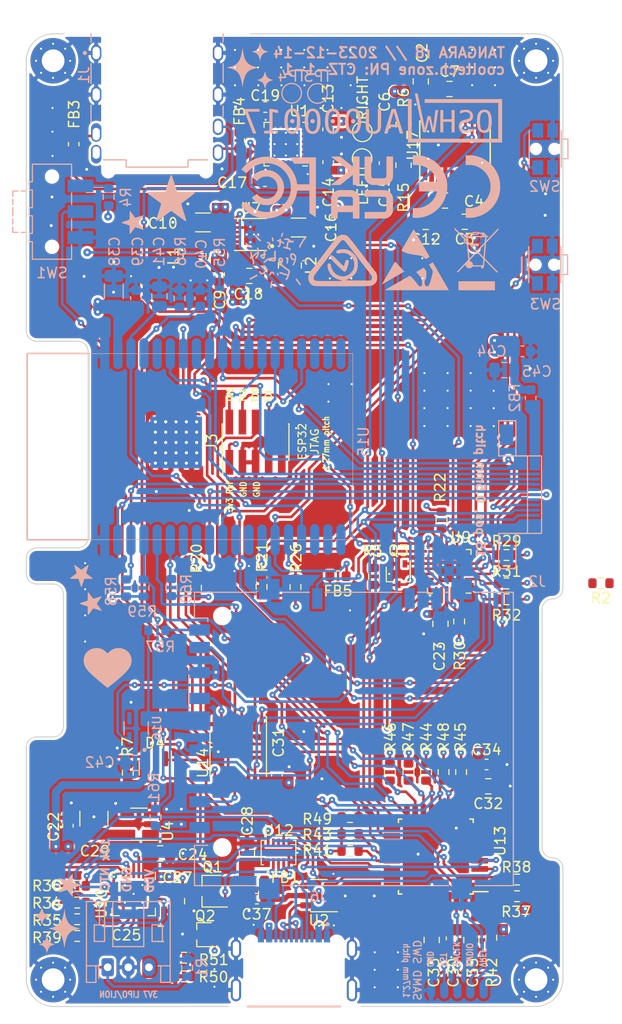
<source format=kicad_pcb>
(kicad_pcb (version 20221018) (generator pcbnew)

  (general
    (thickness 1.566672)
  )

  (paper "A4")
  (title_block
    (comment 4 "AISLER Project ID: ATEUINQR")
  )

  (layers
    (0 "F.Cu" signal)
    (1 "In1.Cu" signal)
    (2 "In2.Cu" signal)
    (31 "B.Cu" signal)
    (32 "B.Adhes" user "B.Adhesive")
    (33 "F.Adhes" user "F.Adhesive")
    (34 "B.Paste" user)
    (35 "F.Paste" user)
    (36 "B.SilkS" user "B.Silkscreen")
    (37 "F.SilkS" user "F.Silkscreen")
    (38 "B.Mask" user)
    (39 "F.Mask" user)
    (40 "Dwgs.User" user "User.Drawings")
    (41 "Cmts.User" user "User.Comments")
    (42 "Eco1.User" user "User.Eco1")
    (43 "Eco2.User" user "User.Eco2")
    (44 "Edge.Cuts" user)
    (45 "Margin" user)
    (46 "B.CrtYd" user "B.Courtyard")
    (47 "F.CrtYd" user "F.Courtyard")
    (48 "B.Fab" user)
    (49 "F.Fab" user)
    (50 "User.1" user)
    (51 "User.2" user)
    (52 "User.3" user)
    (53 "User.4" user)
    (54 "User.5" user)
    (55 "User.6" user)
    (56 "User.7" user)
    (57 "User.8" user)
    (58 "User.9" user)
  )

  (setup
    (stackup
      (layer "F.SilkS" (type "Top Silk Screen") (color "White"))
      (layer "F.Paste" (type "Top Solder Paste"))
      (layer "F.Mask" (type "Top Solder Mask") (color "Purple") (thickness 0.0254))
      (layer "F.Cu" (type "copper") (thickness 0.04318))
      (layer "dielectric 1" (type "prepreg") (thickness 0.202184) (material "FR408-HR") (epsilon_r 3.69) (loss_tangent 0.0091))
      (layer "In1.Cu" (type "copper") (thickness 0.017272))
      (layer "dielectric 2" (type "core") (thickness 0.9906) (material "FR408-HR") (epsilon_r 3.69) (loss_tangent 0.0091))
      (layer "In2.Cu" (type "copper") (thickness 0.017272))
      (layer "dielectric 3" (type "prepreg") (thickness 0.202184) (material "FR408-HR") (epsilon_r 3.69) (loss_tangent 0.0091))
      (layer "B.Cu" (type "copper") (thickness 0.04318))
      (layer "B.Mask" (type "Bottom Solder Mask") (color "Purple") (thickness 0.0254))
      (layer "B.Paste" (type "Bottom Solder Paste"))
      (layer "B.SilkS" (type "Bottom Silk Screen") (color "White"))
      (copper_finish "None")
      (dielectric_constraints no)
    )
    (pad_to_mask_clearance 0)
    (aux_axis_origin 117.25 51)
    (pcbplotparams
      (layerselection 0x00010fc_ffffffff)
      (plot_on_all_layers_selection 0x0000000_00000000)
      (disableapertmacros false)
      (usegerberextensions true)
      (usegerberattributes true)
      (usegerberadvancedattributes true)
      (creategerberjobfile true)
      (dashed_line_dash_ratio 12.000000)
      (dashed_line_gap_ratio 3.000000)
      (svgprecision 6)
      (plotframeref false)
      (viasonmask false)
      (mode 1)
      (useauxorigin false)
      (hpglpennumber 1)
      (hpglpenspeed 20)
      (hpglpendiameter 15.000000)
      (dxfpolygonmode true)
      (dxfimperialunits true)
      (dxfusepcbnewfont true)
      (psnegative false)
      (psa4output false)
      (plotreference true)
      (plotvalue true)
      (plotinvisibletext false)
      (sketchpadsonfab false)
      (subtractmaskfromsilk false)
      (outputformat 1)
      (mirror false)
      (drillshape 0)
      (scaleselection 1)
      (outputdirectory "gerbers2")
    )
  )

  (net 0 "")
  (net 1 "GND")
  (net 2 "/ESP_EN")
  (net 3 "BAT_LEVEL")
  (net 4 "SYS_POWER")
  (net 5 "USB.DP")
  (net 6 "USB.DN")
  (net 7 "3.5mm_DETECT")
  (net 8 "/JTAG.TMS")
  (net 9 "/JTAG.TCK")
  (net 10 "/JTAG.TDO")
  (net 11 "/JTAG.TDI")
  (net 12 "/SWD.SWDIO")
  (net 13 "/SWD.SWCLK")
  (net 14 "/SWD.RESET")
  (net 15 "/Power/NTC")
  (net 16 "~{CHG_PWR_OK}")
  (net 17 "I2C.SCL")
  (net 18 "VBUS")
  (net 19 "I2C.SDA")
  (net 20 "ESP_SPI.PICO")
  (net 21 "/Peripherals/~{DISPLAY_RST}")
  (net 22 "ESP_SPI.SCLK")
  (net 23 "ESP_SPI.DISPLAY_CS")
  (net 24 "DISPLAY_LED_EN")
  (net 25 "/ESP_BOOT")
  (net 26 "~{SD_VDD_EN}")
  (net 27 "/UART.ESP.TX")
  (net 28 "ESP_SPI.POCI")
  (net 29 "DAC.DATA")
  (net 30 "DAC.BCK")
  (net 31 "ESP_SPI.SD_CS")
  (net 32 "DAC.LRCK")
  (net 33 "SAMD_SPI.POCI")
  (net 34 "/UART.ESP.RX")
  (net 35 "SAMD_SPI.CS")
  (net 36 "SAMD_SPI.PICO")
  (net 37 "/~{SAMD_INT}")
  (net 38 "SAMD_SPI.SCLK")
  (net 39 "CHG_SEL")
  (net 40 "AMP_EN")
  (net 41 "/Power/VBUS_SWITCHED")
  (net 42 "~{GPIO_INT}")
  (net 43 "USB_TCC0")
  (net 44 "USB_TCC1")
  (net 45 "KEY_LOCK")
  (net 46 "CHG_STAT1")
  (net 47 "CHG_STAT2")
  (net 48 "~{TOUCH_INT}")
  (net 49 "DISPLAY_DR")
  (net 50 "+3V3")
  (net 51 "+5VA")
  (net 52 "-5VA")
  (net 53 "KEY_VOL_UP")
  (net 54 "Net-(J7-Pin_3)")
  (net 55 "Net-(U1B-+)")
  (net 56 "KEY_VOL_DOWN")
  (net 57 "Net-(J4-CD{slash}DAT3)")
  (net 58 "Net-(J4-CMD)")
  (net 59 "Net-(J4-CLK)")
  (net 60 "Net-(J4-DAT0)")
  (net 61 "Net-(J4-DAT1)")
  (net 62 "Net-(J4-DAT2)")
  (net 63 "unconnected-(J1-Pad6)")
  (net 64 "Net-(J6-CC1)")
  (net 65 "Net-(U13-VDDCORE)")
  (net 66 "unconnected-(J3-UART_TX-Pad7)")
  (net 67 "unconnected-(J3-UART_RX-Pad9)")
  (net 68 "unconnected-(J3-nRst-Pad10)")
  (net 69 "unconnected-(J6-SBU1-PadA8)")
  (net 70 "unconnected-(J6-SBU2-PadB8)")
  (net 71 "Net-(U7-SWN)")
  (net 72 "Net-(U7-SWP)")
  (net 73 "Net-(Q1-G)")
  (net 74 "Net-(U1A-+)")
  (net 75 "Net-(U1A--)")
  (net 76 "Net-(C17-Pad2)")
  (net 77 "Net-(U1B--)")
  (net 78 "Net-(C19-Pad2)")
  (net 79 "Net-(U14E-~{OE})")
  (net 80 "Net-(U14E-S)")
  (net 81 "SYS_PWR_EN_SAMD")
  (net 82 "Net-(U10-CE)")
  (net 83 "Net-(U10-PROG3)")
  (net 84 "Net-(U10-PROG2)")
  (net 85 "Net-(U10-PROG1)")
  (net 86 "unconnected-(U1C-NC-Pad4)")
  (net 87 "unconnected-(U1-Pad6)")
  (net 88 "unconnected-(U1-Pad7)")
  (net 89 "unconnected-(U1-Pad8)")
  (net 90 "unconnected-(U1C-NC-Pad15)")
  (net 91 "unconnected-(U12-ORIENT-Pad8)")
  (net 92 "unconnected-(U12-SWMONI-Pad9)")
  (net 93 "unconnected-(U15-I39{slash}NOINT-Pad5)")
  (net 94 "unconnected-(U15-SHD{slash}SD2-Pad17)")
  (net 95 "unconnected-(U15-SWP{slash}SD3-Pad18)")
  (net 96 "unconnected-(U15-SCS{slash}CMD-Pad19)")
  (net 97 "unconnected-(U15-SCK{slash}CLK-Pad20)")
  (net 98 "unconnected-(U15-SDO{slash}SD0-Pad21)")
  (net 99 "unconnected-(U15-SDI{slash}SD1-Pad22)")
  (net 100 "unconnected-(U15-IO16-Pad27)")
  (net 101 "unconnected-(U15-IO17-Pad28)")
  (net 102 "unconnected-(U15-NC-Pad32)")
  (net 103 "Net-(J2-Pin_13)")
  (net 104 "Net-(FB3-Pad2)")
  (net 105 "Net-(FB4-Pad2)")
  (net 106 "Net-(J4-VDD)")
  (net 107 "unconnected-(U16-NC-Pad4)")
  (net 108 "Net-(SW1-C)")
  (net 109 "Net-(Q1-S)")
  (net 110 "DAC.MCK")
  (net 111 "SD_CD")
  (net 112 "Net-(U17-CPCA)")
  (net 113 "Net-(U17-CPCB)")
  (net 114 "unconnected-(U1-Pad1)")
  (net 115 "Net-(U17-VMID)")
  (net 116 "Net-(U17-CPVOUTN)")
  (net 117 "unconnected-(U1-Pad23)")
  (net 118 "Net-(U17-LINEVOUTL)")
  (net 119 "Net-(U17-LINEVOUTR)")
  (net 120 "unconnected-(U1-Pad24)")
  (net 121 "unconnected-(U17-ZFLAG-Pad7)")
  (net 122 "unconnected-(U9-IO0_6-Pad7)")
  (net 123 "Net-(Q3-G)")
  (net 124 "unconnected-(U9-IO1_5-Pad15)")
  (net 125 "unconnected-(U9-IO1_6-Pad16)")
  (net 126 "unconnected-(U9-IO1_7-Pad17)")
  (net 127 "Net-(U4-EN)")
  (net 128 "unconnected-(U4-NC-Pad4)")
  (net 129 "unconnected-(U13-PA06-Pad7)")
  (net 130 "unconnected-(U13-PA27-Pad25)")
  (net 131 "unconnected-(U13-PA28-Pad27)")
  (net 132 "Net-(Q2-D)")
  (net 133 "Net-(J6-CC2)")
  (net 134 "unconnected-(U13-PA07-Pad8)")
  (net 135 "unconnected-(U9-IO1_3-Pad13)")
  (net 136 "Net-(J6-DP-PadA6)")
  (net 137 "Net-(J6-DN-PadA7)")
  (net 138 "AMP_MUTE")

  (footprint "Package_TO_SOT_SMD:TSOT-23" (layer "F.Cu") (at 135.476849 134.455179 180))

  (footprint "Package_TO_SOT_SMD:SOT-23-5" (layer "F.Cu") (at 128.415497 127.954481 180))

  (footprint "footprints:MountingHole_2.2mm_M2_Pad_Via2" (layer "F.Cu") (at 166.9 143))

  (footprint "Inductor_SMD:L_1008_2520Metric" (layer "F.Cu") (at 133.801417 72.973879 90))

  (footprint "Capacitor_SMD:C_0805_2012Metric" (layer "F.Cu") (at 130.473198 130.774567))

  (footprint "Resistor_SMD:R_0603_1608Metric" (layer "F.Cu") (at 122.434189 137.149989 180))

  (footprint "Resistor_SMD:R_0603_1608Metric" (layer "F.Cu") (at 151.198456 103.968297 -90))

  (footprint "footprints:QFN-20-1EP_4x4mm_P0.5mm_EP2.5x2.5mm_ThermalVias2" (layer "F.Cu") (at 127.902083 134.695156 -90))

  (footprint "Capacitor_SMD:C_0805_2012Metric" (layer "F.Cu") (at 130.529632 138.571066))

  (footprint "Capacitor_SMD:C_0603_1608Metric" (layer "F.Cu") (at 152.216943 60.416276 -90))

  (footprint "Package_DFN_QFN:HVQFN-24-1EP_4x4mm_P0.5mm_EP2.1x2.1mm" (layer "F.Cu") (at 158.484595 103.47166 180))

  (footprint "Package_TO_SOT_SMD:SOT-23" (layer "F.Cu") (at 130.000805 122.549717 -90))

  (footprint "Resistor_SMD:R_0603_1608Metric" (layer "F.Cu") (at 148.873745 127.25515))

  (footprint "Capacitor_SMD:C_0603_1608Metric" (layer "F.Cu") (at 136.172745 74.724126 -90))

  (footprint "Resistor_SMD:R_0603_1608Metric" (layer "F.Cu") (at 165.049071 134.922126 180))

  (footprint "Resistor_SMD:R_0603_1608Metric" (layer "F.Cu") (at 159.445045 108.327463 90))

  (footprint "Capacitor_SMD:C_0603_1608Metric" (layer "F.Cu") (at 121.530086 128.089529 90))

  (footprint "Package_TO_SOT_SMD:SOT-323_SC-70" (layer "F.Cu") (at 153.539681 103.751753 -90))

  (footprint "Capacitor_SMD:C_0603_1608Metric" (layer "F.Cu") (at 146.738191 60.685697 -90))

  (footprint "Resistor_SMD:R_0603_1608Metric" (layer "F.Cu") (at 165.050103 133.305697 180))

  (footprint "Capacitor_SMD:C_0603_1608Metric" (layer "F.Cu") (at 152.216095 63.952058 90))

  (footprint "footprints:BD91N01NUX-E2" (layer "F.Cu") (at 141.938445 130.694772 90))

  (footprint "Capacitor_SMD:C_0805_2012Metric" (layer "F.Cu") (at 159.982062 69.634671 180))

  (footprint "Resistor_SMD:R_0603_1608Metric" (layer "F.Cu") (at 122.434189 138.766966 180))

  (footprint "Capacitor_SMD:C_0805_2012Metric" (layer "F.Cu") (at 156.782387 139.153476 90))

  (footprint "Inductor_SMD:L_0603_1608Metric" (layer "F.Cu") (at 139.793489 133.408759 180))

  (footprint "Resistor_SMD:R_0603_1608Metric" (layer "F.Cu") (at 148.873745 130.546956))

  (footprint "Resistor_SMD:R_0805_2012Metric" (layer "F.Cu") (at 154.05507 60.232017 -90))

  (footprint "Capacitor_SMD:C_0603_1608Metric" (layer "F.Cu") (at 140.620589 65.704592 180))

  (footprint "Capacitor_SMD:C_0805_2012Metric" (layer "F.Cu") (at 132.103885 135.401996 -90))

  (footprint "Capacitor_SMD:C_0603_1608Metric" (layer "F.Cu") (at 139.845147 135.157118 180))

  (footprint "Resistor_SMD:R_0603_1608Metric" (layer "F.Cu") (at 157.736387 98.523188 90))

  (footprint "Capacitor_SMD:C_0805_2012Metric" (layer "F.Cu") (at 139.111897 74.874786))

  (footprint "Resistor_SMD:R_0603_1608Metric" (layer "F.Cu") (at 122.439406 135.533013))

  (footprint "Resistor_SMD:R_0603_1608Metric" (layer "F.Cu") (at 132.78644 140.877326))

  (footprint "Inductor_SMD:L_1008_2520Metric" (layer "F.Cu") (at 143.044904 73.86026 -90))

  (footprint "Capacitor_SMD:C_0805_2012Metric" (layer "F.Cu") (at 156.207041 69.648592 180))

  (footprint "Capacitor_SMD:C_0805_2012Metric" (layer "F.Cu") (at 158.07357 67.582319 180))

  (footprint "Resistor_SMD:R_0603_1608Metric" (layer "F.Cu") (at 162.554135 138.938126 -90))

  (footprint "Package_SO:TSSOP-16_4.4x5mm_P0.65mm" (layer "F.Cu") (at 138.037154 121.127252 -90))

  (footprint "Capacitor_SMD:C_0805_2012Metric" (layer "F.Cu") (at 158.513691 56.778764))

  (footprint "Inductor_SMD:L_0603_1608Metric" (layer "F.Cu") (at 138.136435 61.76766 -90))

  (footprint "Resistor_SMD:R_0603_1608Metric" (layer "F.Cu") (at 133.941895 105.064074 90))

  (footprint "Resistor_SMD:R_0603_1608Metric" (layer "F.Cu") (at 143.585559 104.993281 90))

  (footprint "Resistor_SMD:R_0603_1608Metric" (layer "F.Cu") (at 140.296114 104.976392 90))

  (footprint "Package_TO_SOT_SMD:SOT-23-6" (layer "F.Cu")
    (tstamp 98c16f2b-77bb-43d5-908d-2856eeb3b2ec)
    (at 145.845749 134.861076 180)
    (descr "SOT, 6 Pin (https://www.jedec.org/sites/default/files/docs/Mo-178c.PDF variant AB), generated with kicad-footprint-generator ipc_gullwing_generator.py")
    (tags "SOT TO_SOT_SMD")
    (property "MPN" "USBLC6-2SC6")
    (property "Sheetfile" "power.kicad_sch")
    (property "Sheetname" "Power")
    (property "ki_description" "Very low capacitance ESD protection diode, 2 data-line, SOT-23-6")
    (property "ki_keywords" "usb ethernet video")
    (path "/3e1bbe1f-2b0b-4dc2-a25f-c37315228fda/0c593d95-d021-4454-ae4f-36918ae6b686")
    (attr smd)
    (fp_text reference "U2" (at 0 -2.4) (layer "F.SilkS")
        (effects (font (size 1 1) (thickness 0.15)))
      (tstamp fb3c9ba8-d984-4e3f-828c-351ed15296b5)
    )
    (fp_text value "USBLC6-2SC6" (at 0 2.4) (layer "F.Fab")
        (effects (font (size 1 1) (thickness 0.15)))
      (tstamp ace24739-ef5d-4768-b649-b0a285b6e1c5)
    )
    (fp_text user "${REFERENCE}" (at 0 0) (layer "F.Fab")
        (effects (font (size 0.4 0.4) (thickness 0.06)))
      (tstamp c3d98806-46e3-44f7-8a65-1b6f4b58dcd1)
    )
    (fp_line (start 0 -1.56) (end -1.8 -1.56)
      (stroke (width 0.12) (type solid)) (layer "F.SilkS") (tstamp eaf5eda0-6e83-4661-bd3b-f0f26059735b))
    (fp_line (start 0 -1.56) (end 0.8 -1.56)
      (stroke (width 0.12) (type solid)) (layer "F.SilkS") (tstamp 2cc74184-c9db-49d2-9c5a-51879f6693e2))
    (fp_line (start 0 1.56) (end -0.8 1.56)
      (stroke (width 0.12) (type solid)) (layer "F.SilkS") (tstamp 7066af6d-7552-4607-8b96-727e3cbc8f62))
    (fp_line (start 0 1.56) (end 0.8 1.56)
      (stroke (width 0.12) (type solid)) (layer "F.SilkS") (tstamp 4f6d4b74-dc71-4cf0-9d48-f1e62976961f))
    (fp_line (start -2.05 -1.7) (end -2.05 1.7)
      (stroke (width 0.05) (type solid)) (layer "F.CrtYd") (tstamp 23ef1045-b9eb-42ab-8c01-f4e3e8347144))
    (fp_line (start -2.05 1.7) (end 2.05 1.7)
      (stroke (width 0.05) (type solid)) (layer "F.CrtYd") (tstamp ddb598d8-a83e-4371-a7a3-496ee11a672e))
    (fp_line (start 2.05 -1.7) (end -2.05 -1.7)
      (stroke (width 0.05) (type solid)) (layer "F.CrtYd") (tstamp ecfe948c-e1d1-4321-8338-610759f29c91))
    (fp_line (start 2.05 1.7) (end 2.05 -1.7)
      (stroke (width 0.05) (type solid)) (layer "F.CrtYd") (tstamp fa7c5f7c-ab2b-4d50-9b23-deddaa58df6c))
    (fp_line (start -0.8 -1.05) (end -0.4 -1.45)
      (stroke (width 0.1) (type solid)) (layer "F.Fab") (tstamp 1a85b34f-7026-42d6-8c62-11e8d01987e0))
    (fp_line (start -0.8 1.45) (end -0.8 -1.05)
      (stroke (width 0.1) (type solid)) (layer "F.Fab") (tstamp a5dfe8e
... [3736208 chars truncated]
</source>
